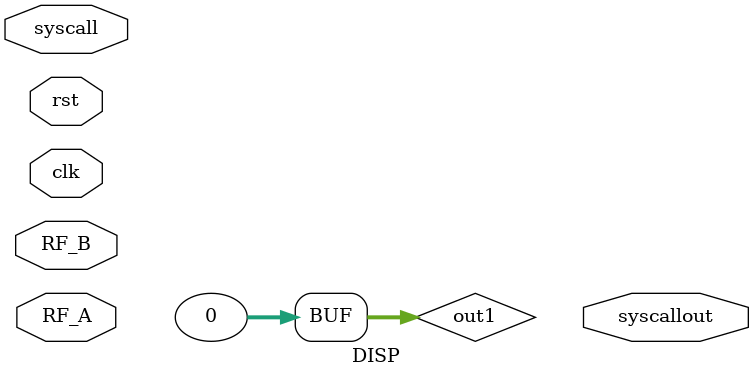
<source format=v>
module DISP(clk,rst,syscall,RF_A,RF_B,syscallout);
    input [31:0]RF_A;
    input [31:0]RF_B;
    input syscall;
    input rst;
    input clk;
    output reg [31:0] syscallout;
    reg [31:0] out1,out2;

    initial begin
        out1 = 0;
        out2 = 0;
    end

    always @(posedge clk)
    begin
    	out2<=out1;
    end
    
    always @(*) begin
		if((!(RF_A==32'ha))&&Syscall) begin
			SyscallOut<=RF_B;
		end
		else begin
			SyscallOut<=out2;
		end
    end
endmodule

</source>
